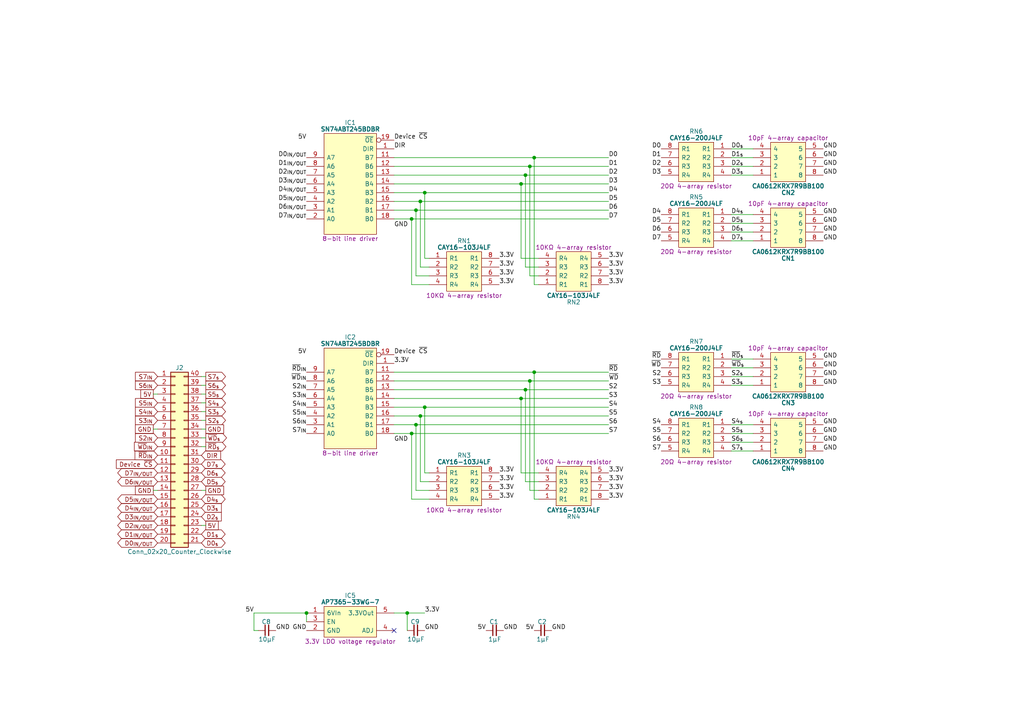
<source format=kicad_sch>
(kicad_sch (version 20231120) (generator "eeschema") (generator_version "8.0")
  (paper "A4")
  (title_block (title "8bit Data 8bit Signal Buffer") (date "2023-10-07") (rev "V0"))
  (lib_symbols
    (symbol "Bourns:CAY16-103J4LF" (pin_names (offset 0.762))
      (property "Reference" "RN" (at 10.16 5.08 0))
      (property "Value" "CAY16-103J4LF" (at 10.16 3.175 0))
      (property "Description" "10KΩ 4-array resistor" (at 10.16 -10.795 0))
      (symbol "CAY16-103J4LF_0_0"
        (pin passive line (at 0 0 0) (length 5.08) (name "R1") (number "1"))
        (pin passive line (at 0 -2.54 0) (length 5.08) (name "R2") (number "2"))
        (pin passive line (at 0 -5.08 0) (length 5.08) (name "R3") (number "3"))
        (pin passive line (at 0 -7.62 0) (length 5.08) (name "R4") (number "4"))
        (pin passive line (at 20.32 -7.62 180) (length 5.08) (name "R4") (number "5"))
        (pin passive line (at 20.32 -5.08 180) (length 5.08) (name "R3") (number "6"))
        (pin passive line (at 20.32 -2.54 180) (length 5.08) (name "R2") (number "7"))
        (pin passive line (at 20.32 0 180) (length 5.08) (name "R1") (number "8"))
      )
      (symbol "CAY16-103J4LF_0_1"
        (polyline (pts (xy 5.08 1.905) (xy 15.24 1.905) (xy 15.24 -9.525) (xy 5.08 -9.525) (xy 5.08 1.905)) (stroke (width 0.1524)) (fill (type background)))
      )
    )
    (symbol "Bourns:CAY16-200J4LF" (pin_names (offset 0.762))
      (property "Reference" "RN" (at 10.16 5.08 0))
      (property "Value" "CAY16-200J4LF" (at 10.16 3.175 0))
      (property "Description" "20Ω 4-array resistor" (at 10.16 -10.795 0))
      (symbol "CAY16-200J4LF_0_0"
        (pin passive line (at 0 0 0) (length 5.08) (name "R1") (number "1"))
        (pin passive line (at 0 -2.54 0) (length 5.08) (name "R2") (number "2"))
        (pin passive line (at 0 -5.08 0) (length 5.08) (name "R3") (number "3"))
        (pin passive line (at 0 -7.62 0) (length 5.08) (name "R4") (number "4"))
        (pin passive line (at 20.32 -7.62 180) (length 5.08) (name "R4") (number "5"))
        (pin passive line (at 20.32 -5.08 180) (length 5.08) (name "R3") (number "6"))
        (pin passive line (at 20.32 -2.54 180) (length 5.08) (name "R2") (number "7"))
        (pin passive line (at 20.32 0 180) (length 5.08) (name "R1") (number "8"))
      )
      (symbol "CAY16-200J4LF_0_1"
        (polyline (pts (xy 5.08 1.905) (xy 15.24 1.905) (xy 15.24 -9.525) (xy 5.08 -9.525) (xy 5.08 1.905)) (stroke (width 0.1524)) (fill (type background)))
      )
    )
    (symbol "Connector_Generic:Conn_02x20_Counter_Clockwise" (pin_names (offset 1.016) hide)
      (property "Reference" "J" (at 1.27 25.4 0))
      (property "Value" "Conn_02x20_Counter_Clockwise" (at 1.27 -27.94 0))
      (symbol "Conn_02x20_Counter_Clockwise_1_1"
        (rectangle (start -1.27 -25.273) (end 0 -25.527) (stroke (width 0.1524)))
        (rectangle (start -1.27 -22.733) (end 0 -22.987) (stroke (width 0.1524)))
        (rectangle (start -1.27 -20.193) (end 0 -20.447) (stroke (width 0.1524)))
        (rectangle (start -1.27 -17.653) (end 0 -17.907) (stroke (width 0.1524)))
        (rectangle (start -1.27 -15.113) (end 0 -15.367) (stroke (width 0.1524)))
        (rectangle (start -1.27 -12.573) (end 0 -12.827) (stroke (width 0.1524)))
        (rectangle (start -1.27 -10.033) (end 0 -10.287) (stroke (width 0.1524)))
        (rectangle (start -1.27 -7.493) (end 0 -7.747) (stroke (width 0.1524)))
        (rectangle (start -1.27 -4.953) (end 0 -5.207) (stroke (width 0.1524)))
        (rectangle (start -1.27 -2.413) (end 0 -2.667) (stroke (width 0.1524)))
        (rectangle (start -1.27 0.127) (end 0 -0.127) (stroke (width 0.1524)))
        (rectangle (start -1.27 2.667) (end 0 2.413) (stroke (width 0.1524)))
        (rectangle (start -1.27 5.207) (end 0 4.953) (stroke (width 0.1524)))
        (rectangle (start -1.27 7.747) (end 0 7.493) (stroke (width 0.1524)))
        (rectangle (start -1.27 10.287) (end 0 10.033) (stroke (width 0.1524)))
        (rectangle (start -1.27 12.827) (end 0 12.573) (stroke (width 0.1524)))
        (rectangle (start -1.27 15.367) (end 0 15.113) (stroke (width 0.1524)))
        (rectangle (start -1.27 17.907) (end 0 17.653) (stroke (width 0.1524)))
        (rectangle (start -1.27 20.447) (end 0 20.193) (stroke (width 0.1524)))
        (rectangle (start -1.27 22.987) (end 0 22.733) (stroke (width 0.1524)))
        (rectangle (start -1.27 24.13) (end 3.81 -26.67) (stroke (width 0.254)) (fill (type background)))
        (rectangle (start 3.81 -25.273) (end 2.54 -25.527) (stroke (width 0.1524)))
        (rectangle (start 3.81 -22.733) (end 2.54 -22.987) (stroke (width 0.1524)))
        (rectangle (start 3.81 -20.193) (end 2.54 -20.447) (stroke (width 0.1524)))
        (rectangle (start 3.81 -17.653) (end 2.54 -17.907) (stroke (width 0.1524)))
        (rectangle (start 3.81 -15.113) (end 2.54 -15.367) (stroke (width 0.1524)))
        (rectangle (start 3.81 -12.573) (end 2.54 -12.827) (stroke (width 0.1524)))
        (rectangle (start 3.81 -10.033) (end 2.54 -10.287) (stroke (width 0.1524)))
        (rectangle (start 3.81 -7.493) (end 2.54 -7.747) (stroke (width 0.1524)))
        (rectangle (start 3.81 -4.953) (end 2.54 -5.207) (stroke (width 0.1524)))
        (rectangle (start 3.81 -2.413) (end 2.54 -2.667) (stroke (width 0.1524)))
        (rectangle (start 3.81 0.127) (end 2.54 -0.127) (stroke (width 0.1524)))
        (rectangle (start 3.81 2.667) (end 2.54 2.413) (stroke (width 0.1524)))
        (rectangle (start 3.81 5.207) (end 2.54 4.953) (stroke (width 0.1524)))
        (rectangle (start 3.81 7.747) (end 2.54 7.493) (stroke (width 0.1524)))
        (rectangle (start 3.81 10.287) (end 2.54 10.033) (stroke (width 0.1524)))
        (rectangle (start 3.81 12.827) (end 2.54 12.573) (stroke (width 0.1524)))
        (rectangle (start 3.81 15.367) (end 2.54 15.113) (stroke (width 0.1524)))
        (rectangle (start 3.81 17.907) (end 2.54 17.653) (stroke (width 0.1524)))
        (rectangle (start 3.81 20.447) (end 2.54 20.193) (stroke (width 0.1524)))
        (rectangle (start 3.81 22.987) (end 2.54 22.733) (stroke (width 0.1524)))
        (pin passive line (at -5.08 22.86 0) (length 3.81) (name "Pin_1") (number "1"))
        (pin passive line (at -5.08 0 0) (length 3.81) (name "Pin_10") (number "10"))
        (pin passive line (at -5.08 -2.54 0) (length 3.81) (name "Pin_11") (number "11"))
        (pin passive line (at -5.08 -5.08 0) (length 3.81) (name "Pin_12") (number "12"))
        (pin passive line (at -5.08 -7.62 0) (length 3.81) (name "Pin_13") (number "13"))
        (pin passive line (at -5.08 -10.16 0) (length 3.81) (name "Pin_14") (number "14"))
        (pin passive line (at -5.08 -12.7 0) (length 3.81) (name "Pin_15") (number "15"))
        (pin passive line (at -5.08 -15.24 0) (length 3.81) (name "Pin_16") (number "16"))
        (pin passive line (at -5.08 -17.78 0) (length 3.81) (name "Pin_17") (number "17"))
        (pin passive line (at -5.08 -20.32 0) (length 3.81) (name "Pin_18") (number "18"))
        (pin passive line (at -5.08 -22.86 0) (length 3.81) (name "Pin_19") (number "19"))
        (pin passive line (at -5.08 20.32 0) (length 3.81) (name "Pin_2") (number "2"))
        (pin passive line (at -5.08 -25.4 0) (length 3.81) (name "Pin_20") (number "20"))
        (pin passive line (at 7.62 -25.4 180) (length 3.81) (name "Pin_21") (number "21"))
        (pin passive line (at 7.62 -22.86 180) (length 3.81) (name "Pin_22") (number "22"))
        (pin passive line (at 7.62 -20.32 180) (length 3.81) (name "Pin_23") (number "23"))
        (pin passive line (at 7.62 -17.78 180) (length 3.81) (name "Pin_24") (number "24"))
        (pin passive line (at 7.62 -15.24 180) (length 3.81) (name "Pin_25") (number "25"))
        (pin passive line (at 7.62 -12.7 180) (length 3.81) (name "Pin_26") (number "26"))
        (pin passive line (at 7.62 -10.16 180) (length 3.81) (name "Pin_27") (number "27"))
        (pin passive line (at 7.62 -7.62 180) (length 3.81) (name "Pin_28") (number "28"))
        (pin passive line (at 7.62 -5.08 180) (length 3.81) (name "Pin_29") (number "29"))
        (pin passive line (at -5.08 17.78 0) (length 3.81) (name "Pin_3") (number "3"))
        (pin passive line (at 7.62 -2.54 180) (length 3.81) (name "Pin_30") (number "30"))
        (pin passive line (at 7.62 0 180) (length 3.81) (name "Pin_31") (number "31"))
        (pin passive line (at 7.62 2.54 180) (length 3.81) (name "Pin_32") (number "32"))
        (pin passive line (at 7.62 5.08 180) (length 3.81) (name "Pin_33") (number "33"))
        (pin passive line (at 7.62 7.62 180) (length 3.81) (name "Pin_34") (number "34"))
        (pin passive line (at 7.62 10.16 180) (length 3.81) (name "Pin_35") (number "35"))
        (pin passive line (at 7.62 12.7 180) (length 3.81) (name "Pin_36") (number "36"))
        (pin passive line (at 7.62 15.24 180) (length 3.81) (name "Pin_37") (number "37"))
        (pin passive line (at 7.62 17.78 180) (length 3.81) (name "Pin_38") (number "38"))
        (pin passive line (at 7.62 20.32 180) (length 3.81) (name "Pin_39") (number "39"))
        (pin passive line (at -5.08 15.24 0) (length 3.81) (name "Pin_4") (number "4"))
        (pin passive line (at 7.62 22.86 180) (length 3.81) (name "Pin_40") (number "40"))
        (pin passive line (at -5.08 12.7 0) (length 3.81) (name "Pin_5") (number "5"))
        (pin passive line (at -5.08 10.16 0) (length 3.81) (name "Pin_6") (number "6"))
        (pin passive line (at -5.08 7.62 0) (length 3.81) (name "Pin_7") (number "7"))
        (pin passive line (at -5.08 5.08 0) (length 3.81) (name "Pin_8") (number "8"))
        (pin passive line (at -5.08 2.54 0) (length 3.81) (name "Pin_9") (number "9"))
      )
    )
    (symbol "Diodes_Inc:AP7365-33WG-7" (pin_names (offset 0.762))
      (property "Reference" "IC" (at 12.7 5.08 0))
      (property "Value" "AP7365-33WG-7" (at 12.7 3.175 0))
      (property "Description" "3.3V LDO voltage regulator" (at 12.7 -8.255 0))
      (symbol "AP7365-33WG-7_0_0"
        (pin passive line (at 0 -5.08 0) (length 5.08) (name "GND") (number "2"))
        (pin input line (at 0 -2.54 0) (length 5.08) (name "EN") (number "3"))
        (pin passive line (at 25.4 -5.08 180) (length 5.08) (name "ADJ") (number "4"))
      )
      (symbol "AP7365-33WG-7_0_1"
        (polyline (pts (xy 5.08 1.905) (xy 20.32 1.905) (xy 20.32 -6.985) (xy 5.08 -6.985) (xy 5.08 1.905)) (fill (type background)))
      )
      (symbol "AP7365-33WG-7_1_0"
        (pin passive line (at 0 0 0) (length 5.08) (name "6VIn") (number "1"))
        (pin passive line (at 25.4 0 180) (length 5.08) (name "3.3VOut") (number "5"))
      )
    )
    (symbol "HCP65:C_0805" (pin_numbers hide) (pin_names (offset 0.254) hide)
      (property "Reference" "C" (at 2.286 2.54 0))
      (property "Value" "?μF" (at 2.54 -2.54 0))
      (symbol "C_0805_0_1"
        (polyline (pts (xy 1.9685 -1.4605) (xy 1.9685 1.5875)) (stroke (width 0.3048)))
        (polyline (pts (xy 2.9845 -1.4605) (xy 2.9845 1.5875)) (stroke (width 0.3302)))
      )
      (symbol "C_0805_1_1"
        (pin passive line (at 0 0 0) (length 2.032) (name "~") (number "1"))
        (pin passive line (at 5.08 0 180) (length 2.032) (name "~") (number "2"))
      )
    )
    (symbol "Texas_Instruments:SN74ABT245BDBR" (pin_names (offset 0.762))
      (property "Reference" "IC" (at 12.7 5.08 0))
      (property "Value" "SN74ABT245BDBR" (at 12.7 3.175 0))
      (property "Description" "8-bit line driver" (at 12.7 -28.575 0))
      (symbol "SN74ABT245BDBR_0_0"
        (pin input line (at 0 -2.54 0) (length 5.08) (name "DIR") (number "1"))
        (pin passive line (at 0 -25.4 0) (length 5.08) hide (name "GND") (number "10"))
        (pin tri_state line (at 0 -5.08 0) (length 5.08) (name "B7") (number "11"))
        (pin tri_state line (at 0 -7.62 0) (length 5.08) (name "B6") (number "12"))
        (pin tri_state line (at 0 -10.16 0) (length 5.08) (name "B5") (number "13"))
        (pin tri_state line (at 0 -12.7 0) (length 5.08) (name "B4") (number "14"))
        (pin tri_state line (at 0 -15.24 0) (length 5.08) (name "B3") (number "15"))
        (pin tri_state line (at 0 -17.78 0) (length 5.08) (name "B2") (number "16"))
        (pin tri_state line (at 0 -20.32 0) (length 5.08) (name "B1") (number "17"))
        (pin tri_state line (at 0 -22.86 0) (length 5.08) (name "B0") (number "18"))
        (pin input inverted (at 0 0 0) (length 5.08) (name "~{OE}") (number "19"))
        (pin tri_state line (at 25.4 -22.86 180) (length 5.08) (name "A0") (number "2"))
        (pin passive line (at 25.4 0 180) (length 5.08) hide (name "5V") (number "20"))
        (pin tri_state line (at 25.4 -20.32 180) (length 5.08) (name "A1") (number "3"))
        (pin tri_state line (at 25.4 -17.78 180) (length 5.08) (name "A2") (number "4"))
        (pin tri_state line (at 25.4 -15.24 180) (length 5.08) (name "A3") (number "5"))
        (pin tri_state line (at 25.4 -12.7 180) (length 5.08) (name "A4") (number "6"))
        (pin tri_state line (at 25.4 -10.16 180) (length 5.08) (name "A5") (number "7"))
        (pin tri_state line (at 25.4 -7.62 180) (length 5.08) (name "A6") (number "8"))
        (pin tri_state line (at 25.4 -5.08 180) (length 5.08) (name "A7") (number "9"))
      )
      (symbol "SN74ABT245BDBR_0_1"
        (polyline (pts (xy 5.08 1.905) (xy 20.32 1.905) (xy 20.32 -27.305) (xy 5.08 -27.305) (xy 5.08 1.905)) (stroke (width 0.1524)) (fill (type background)))
      )
    )
    (symbol "Yageo:CA0612KRX7R9BB100" (pin_names (offset 0.762))
      (property "Reference" "CN" (at 10.16 5.08 0))
      (property "Value" "CA0612KRX7R9BB100" (at 10.16 3.175 0))
      (property "Description" "10pF 4-array capacitor" (at 10.16 -10.795 0))
      (symbol "CA0612KRX7R9BB100_0_0"
        (pin passive line (at 0 0 0) (length 5.08) (name "1") (number "1"))
        (pin passive line (at 0 -2.54 0) (length 5.08) (name "2") (number "2"))
        (pin passive line (at 0 -5.08 0) (length 5.08) (name "3") (number "3"))
        (pin passive line (at 0 -7.62 0) (length 5.08) (name "4") (number "4"))
        (pin passive line (at 20.32 -7.62 180) (length 5.08) (name "5") (number "5"))
        (pin passive line (at 20.32 -5.08 180) (length 5.08) (name "6") (number "6"))
        (pin passive line (at 20.32 -2.54 180) (length 5.08) (name "7") (number "7"))
        (pin passive line (at 20.32 0 180) (length 5.08) (name "8") (number "8"))
      )
      (symbol "CA0612KRX7R9BB100_1_1"
        (polyline (pts (xy 5.08 1.905) (xy 15.24 1.905) (xy 15.24 -9.525) (xy 5.08 -9.525) (xy 5.08 1.905)) (stroke (width 0.1524)) (fill (type background)))
      )
    )
  )
  (junction (at 121.92 58.42))
  (junction (at 154.94 45.72))
  (junction (at 123.19 55.88))
  (junction (at 88.9 177.8))
  (junction (at 153.67 110.49))
  (junction (at 153.67 48.26))
  (junction (at 123.19 118.11))
  (junction (at 120.65 123.19))
  (junction (at 119.38 125.73))
  (junction (at 152.4 50.8))
  (junction (at 151.13 53.34))
  (junction (at 154.94 107.95))
  (junction (at 118.11 177.8))
  (junction (at 120.65 60.96))
  (junction (at 151.13 115.57))
  (junction (at 152.4 113.03))
  (junction (at 119.38 63.5))
  (junction (at 121.92 120.65))
  (no_connect (at 114.3 182.88))
  (wire (pts (xy 151.13 53.34) (xy 176.53 53.34)))
  (wire (pts (xy 156.21 80.01) (xy 153.67 80.01)))
  (wire (pts (xy 176.53 115.57) (xy 151.13 115.57)))
  (wire (pts (xy 154.94 45.72) (xy 176.53 45.72)))
  (wire (pts (xy 212.09 130.81) (xy 218.44 130.81)))
  (wire (pts (xy 212.09 50.8) (xy 218.44 50.8)))
  (wire (pts (xy 151.13 137.16) (xy 156.21 137.16)))
  (wire (pts (xy 212.09 67.31) (xy 218.44 67.31)))
  (wire (pts (xy 59.69 124.46) (xy 58.42 124.46)))
  (wire (pts (xy 212.09 69.85) (xy 218.44 69.85)))
  (wire (pts (xy 121.92 58.42) (xy 176.53 58.42)))
  (wire (pts (xy 119.38 82.55) (xy 119.38 63.5)))
  (wire (pts (xy 120.65 80.01) (xy 120.65 60.96)))
  (wire (pts (xy 153.67 48.26) (xy 176.53 48.26)))
  (wire (pts (xy 118.11 182.88) (xy 118.11 177.8)))
  (wire (pts (xy 152.4 139.7) (xy 152.4 113.03)))
  (wire (pts (xy 156.21 144.78) (xy 154.94 144.78)))
  (wire (pts (xy 114.3 50.8) (xy 152.4 50.8)))
  (wire (pts (xy 212.09 64.77) (xy 218.44 64.77)))
  (wire (pts (xy 121.92 77.47) (xy 124.46 77.47)))
  (wire (pts (xy 154.94 45.72) (xy 154.94 82.55)))
  (wire (pts (xy 44.45 142.24) (xy 45.72 142.24)))
  (wire (pts (xy 119.38 63.5) (xy 176.53 63.5)))
  (wire (pts (xy 119.38 125.73) (xy 114.3 125.73)))
  (wire (pts (xy 153.67 110.49) (xy 153.67 142.24)))
  (wire (pts (xy 120.65 60.96) (xy 176.53 60.96)))
  (wire (pts (xy 114.3 48.26) (xy 153.67 48.26)))
  (wire (pts (xy 176.53 118.11) (xy 123.19 118.11)))
  (wire (pts (xy 156.21 82.55) (xy 154.94 82.55)))
  (wire (pts (xy 73.66 177.8) (xy 88.9 177.8)))
  (wire (pts (xy 151.13 74.93) (xy 156.21 74.93)))
  (wire (pts (xy 114.3 55.88) (xy 123.19 55.88)))
  (wire (pts (xy 59.69 127) (xy 58.42 127)))
  (wire (pts (xy 152.4 50.8) (xy 176.53 50.8)))
  (wire (pts (xy 212.09 123.19) (xy 218.44 123.19)))
  (wire (pts (xy 121.92 139.7) (xy 124.46 139.7)))
  (wire (pts (xy 176.53 125.73) (xy 119.38 125.73)))
  (wire (pts (xy 212.09 106.68) (xy 218.44 106.68)))
  (wire (pts (xy 212.09 62.23) (xy 218.44 62.23)))
  (wire (pts (xy 59.69 116.84) (xy 58.42 116.84)))
  (wire (pts (xy 88.9 177.8) (xy 88.9 180.34)))
  (wire (pts (xy 212.09 43.18) (xy 218.44 43.18)))
  (wire (pts (xy 123.19 74.93) (xy 124.46 74.93)))
  (wire (pts (xy 212.09 125.73) (xy 218.44 125.73)))
  (wire (pts (xy 176.53 110.49) (xy 153.67 110.49)))
  (wire (pts (xy 119.38 144.78) (xy 119.38 125.73)))
  (wire (pts (xy 124.46 80.01) (xy 120.65 80.01)))
  (wire (pts (xy 176.53 107.95) (xy 154.94 107.95)))
  (wire (pts (xy 124.46 144.78) (xy 119.38 144.78)))
  (wire (pts (xy 121.92 139.7) (xy 121.92 120.65)))
  (wire (pts (xy 153.67 48.26) (xy 153.67 80.01)))
  (wire (pts (xy 212.09 48.26) (xy 218.44 48.26)))
  (wire (pts (xy 124.46 142.24) (xy 120.65 142.24)))
  (wire (pts (xy 59.69 121.92) (xy 58.42 121.92)))
  (wire (pts (xy 123.19 74.93) (xy 123.19 55.88)))
  (wire (pts (xy 212.09 111.76) (xy 218.44 111.76)))
  (wire (pts (xy 123.19 118.11) (xy 114.3 118.11)))
  (wire (pts (xy 123.19 55.88) (xy 176.53 55.88)))
  (wire (pts (xy 114.3 53.34) (xy 151.13 53.34)))
  (wire (pts (xy 114.3 60.96) (xy 120.65 60.96)))
  (wire (pts (xy 176.53 123.19) (xy 120.65 123.19)))
  (wire (pts (xy 59.69 152.4) (xy 58.42 152.4)))
  (wire (pts (xy 114.3 45.72) (xy 154.94 45.72)))
  (wire (pts (xy 59.69 142.24) (xy 58.42 142.24)))
  (wire (pts (xy 152.4 77.47) (xy 156.21 77.47)))
  (wire (pts (xy 212.09 128.27) (xy 218.44 128.27)))
  (wire (pts (xy 114.3 177.8) (xy 118.11 177.8)))
  (wire (pts (xy 154.94 107.95) (xy 154.94 144.78)))
  (wire (pts (xy 152.4 113.03) (xy 114.3 113.03)))
  (wire (pts (xy 114.3 63.5) (xy 119.38 63.5)))
  (wire (pts (xy 176.53 120.65) (xy 121.92 120.65)))
  (wire (pts (xy 151.13 115.57) (xy 114.3 115.57)))
  (wire (pts (xy 121.92 120.65) (xy 114.3 120.65)))
  (wire (pts (xy 151.13 74.93) (xy 151.13 53.34)))
  (wire (pts (xy 156.21 142.24) (xy 153.67 142.24)))
  (wire (pts (xy 59.69 129.54) (xy 58.42 129.54)))
  (wire (pts (xy 124.46 82.55) (xy 119.38 82.55)))
  (wire (pts (xy 73.66 177.8) (xy 73.66 182.88)))
  (wire (pts (xy 212.09 104.14) (xy 218.44 104.14)))
  (wire (pts (xy 152.4 77.47) (xy 152.4 50.8)))
  (wire (pts (xy 120.65 123.19) (xy 114.3 123.19)))
  (wire (pts (xy 123.19 137.16) (xy 124.46 137.16)))
  (wire (pts (xy 114.3 58.42) (xy 121.92 58.42)))
  (wire (pts (xy 121.92 77.47) (xy 121.92 58.42)))
  (wire (pts (xy 59.69 109.22) (xy 58.42 109.22)))
  (wire (pts (xy 176.53 113.03) (xy 152.4 113.03)))
  (wire (pts (xy 212.09 109.22) (xy 218.44 109.22)))
  (wire (pts (xy 123.19 137.16) (xy 123.19 118.11)))
  (wire (pts (xy 120.65 142.24) (xy 120.65 123.19)))
  (wire (pts (xy 44.45 124.46) (xy 45.72 124.46)))
  (wire (pts (xy 212.09 45.72) (xy 218.44 45.72)))
  (wire (pts (xy 153.67 110.49) (xy 114.3 110.49)))
  (wire (pts (xy 73.66 182.88) (xy 74.93 182.88)))
  (wire (pts (xy 59.69 114.3) (xy 58.42 114.3)))
  (wire (pts (xy 59.69 119.38) (xy 58.42 119.38)))
  (wire (pts (xy 152.4 139.7) (xy 156.21 139.7)))
  (wire (pts (xy 59.69 111.76) (xy 58.42 111.76)))
  (wire (pts (xy 118.11 177.8) (xy 123.19 177.8)))
  (wire (pts (xy 44.45 114.3) (xy 45.72 114.3)))
  (wire (pts (xy 151.13 137.16) (xy 151.13 115.57)))
  (wire (pts (xy 154.94 107.95) (xy 114.3 107.95)))
  (label "3.3V" (at 176.53 77.47 0))
  (label "S6_{IN}" (at 88.9 123.19 180))
  (label "GND" (at 238.76 109.22 0))
  (label "GND" (at 238.76 69.85 0))
  (label "D0" (at 191.77 43.18 180))
  (label "3.3V" (at 144.78 74.93 0))
  (label "3.3V" (at 114.3 105.41 0))
  (label "D4_{s}" (at 212.09 62.23 0))
  (label "3.3V" (at 176.53 80.01 0))
  (label "3.3V" (at 176.53 137.16 0))
  (label "S4" (at 176.53 118.11 0))
  (label "3.3V" (at 176.53 82.55 0))
  (label "GND" (at 238.76 64.77 0))
  (label "3.3V" (at 144.78 144.78 0))
  (label "S5_{IN}" (at 88.9 120.65 180))
  (label "GND" (at 238.76 62.23 0))
  (label "D7_{s}" (at 212.09 69.85 0))
  (label "D6" (at 176.53 60.96 0))
  (label "S3" (at 176.53 115.57 0))
  (label "S2_{s}" (at 212.09 109.22 0))
  (label "GND" (at 238.76 48.26 0))
  (label "GND" (at 123.19 182.88 0))
  (label "D5" (at 191.77 64.77 180))
  (label "D4" (at 191.77 62.23 180))
  (label "S7" (at 176.53 125.73 0))
  (label "S7_{s}" (at 212.09 130.81 0))
  (label "GND" (at 238.76 130.81 0))
  (label "S4_{IN}" (at 88.9 118.11 180))
  (label "5V" (at 88.9 40.64 180))
  (label "~{WD}_{IN}" (at 88.9 110.49 180))
  (label "GND" (at 80.01 182.88 0))
  (label "5V" (at 73.66 177.8 180))
  (label "3.3V" (at 144.78 137.16 0))
  (label "~{WD}_{s}" (at 212.09 106.68 0))
  (label "3.3V" (at 144.78 139.7 0))
  (label "D7" (at 191.77 69.85 180))
  (label "5V" (at 88.9 102.87 180))
  (label "~{RD}_{s}" (at 212.09 104.14 0))
  (label "GND" (at 88.9 182.88 180))
  (label "~{RD}" (at 191.77 104.14 180))
  (label "D1" (at 191.77 45.72 180))
  (label "S4_{s}" (at 212.09 123.19 0))
  (label "D1_{IN{slash}OUT}" (at 88.9 48.26 180))
  (label "D2" (at 176.53 50.8 0))
  (label "D2_{IN{slash}OUT}" (at 88.9 50.8 180))
  (label "S6_{s}" (at 212.09 128.27 0))
  (label "S5" (at 176.53 120.65 0))
  (label "~{WD}" (at 191.77 106.68 180))
  (label "~{WD}" (at 176.53 110.49 0))
  (label "GND" (at 114.3 128.27 0))
  (label "S7" (at 191.77 130.81 180))
  (label "D6" (at 191.77 67.31 180))
  (label "D6_{IN{slash}OUT}" (at 88.9 60.96 180))
  (label "GND" (at 238.76 43.18 0))
  (label "S6" (at 191.77 128.27 180))
  (label "Device ~{CS}" (at 114.3 102.87 0))
  (label "D3_{s}" (at 212.09 50.8 0))
  (label "S7_{IN}" (at 88.9 125.73 180))
  (label "~{RD}" (at 176.53 107.95 0))
  (label "S2" (at 191.77 109.22 180))
  (label "~{RD}_{IN}" (at 88.9 107.95 180))
  (label "Device ~{CS}" (at 114.3 40.64 0))
  (label "5V" (at 140.97 182.88 180))
  (label "D3" (at 176.53 53.34 0))
  (label "S6" (at 176.53 123.19 0))
  (label "D1" (at 176.53 48.26 0))
  (label "GND" (at 238.76 106.68 0))
  (label "GND" (at 146.05 182.88 0))
  (label "3.3V" (at 176.53 74.93 0))
  (label "3.3V" (at 176.53 144.78 0))
  (label "D5_{s}" (at 212.09 64.77 0))
  (label "3.3V" (at 144.78 142.24 0))
  (label "D2" (at 191.77 48.26 180))
  (label "3.3V" (at 144.78 77.47 0))
  (label "GND" (at 238.76 104.14 0))
  (label "3.3V" (at 123.19 177.8 0))
  (label "D0_{IN{slash}OUT}" (at 88.9 45.72 180))
  (label "D4_{IN{slash}OUT}" (at 88.9 55.88 180))
  (label "S3" (at 191.77 111.76 180))
  (label "D3" (at 191.77 50.8 180))
  (label "GND" (at 114.3 66.04 0))
  (label "GND" (at 238.76 128.27 0))
  (label "D7" (at 176.53 63.5 0))
  (label "D5" (at 176.53 58.42 0))
  (label "GND" (at 238.76 125.73 0))
  (label "S2_{IN}" (at 88.9 113.03 180))
  (label "GND" (at 238.76 50.8 0))
  (label "D0_{s}" (at 212.09 43.18 0))
  (label "GND" (at 160.02 182.88 0))
  (label "GND" (at 238.76 123.19 0))
  (label "S3_{IN}" (at 88.9 115.57 180))
  (label "S2" (at 176.53 113.03 0))
  (label "D2_{s}" (at 212.09 48.26 0))
  (label "GND" (at 238.76 45.72 0))
  (label "D7_{IN{slash}OUT}" (at 88.9 63.5 180))
  (label "3.3V" (at 176.53 142.24 0))
  (label "3.3V" (at 144.78 80.01 0))
  (label "DIR" (at 114.3 43.18 0))
  (label "GND" (at 238.76 67.31 0))
  (label "3.3V" (at 144.78 82.55 0))
  (label "D0" (at 176.53 45.72 0))
  (label "D6_{s}" (at 212.09 67.31 0))
  (label "D4" (at 176.53 55.88 0))
  (label "5V" (at 154.94 182.88 180))
  (label "S5" (at 191.77 125.73 180))
  (label "S4" (at 191.77 123.19 180))
  (label "S3_{s}" (at 212.09 111.76 0))
  (label "S5_{s}" (at 212.09 125.73 0))
  (label "D3_{IN{slash}OUT}" (at 88.9 53.34 180))
  (label "3.3V" (at 176.53 139.7 0))
  (label "D1_{s}" (at 212.09 45.72 0))
  (label "GND" (at 238.76 111.76 0))
  (label "D5_{IN{slash}OUT}" (at 88.9 58.42 180))
  (global_label "D1_{s}" (shape tri_state) (at 58.42 154.94 0) (property "Intersheetrefs" "${INTERSHEET_REFS}" (effects (hide yes))))
  (global_label "D0_{IN{slash}OUT}" (shape tri_state) (at 45.72 157.48 180) (property "Intersheetrefs" "${INTERSHEET_REFS}" (effects (hide yes))))
  (global_label "D0_{s}" (shape tri_state) (at 58.42 157.48 0) (property "Intersheetrefs" "${INTERSHEET_REFS}" (effects (hide yes))))
  (global_label "GND" (shape passive) (at 59.69 124.46 0) (property "Intersheetrefs" "${INTERSHEET_REFS}" (effects (hide yes))))
  (global_label "D6_{s}" (shape tri_state) (at 58.42 137.16 0) (property "Intersheetrefs" "${INTERSHEET_REFS}" (effects (hide yes))))
  (global_label "D3_{s}" (shape input) (at 58.42 147.32 0) (property "Intersheetrefs" "${INTERSHEET_REFS}" (effects (hide yes))))
  (global_label "S6_{IN}" (shape input) (at 45.72 111.76 180) (property "Intersheetrefs" "${INTERSHEET_REFS}" (effects (hide yes))))
  (global_label "DIR" (shape input) (at 58.42 132.08 0) (property "Intersheetrefs" "${INTERSHEET_REFS}" (effects (hide yes))))
  (global_label "S4_{s}" (shape output) (at 59.69 116.84 0) (property "Intersheetrefs" "${INTERSHEET_REFS}" (effects (hide yes))))
  (global_label "S3_{IN}" (shape input) (at 45.72 121.92 180) (property "Intersheetrefs" "${INTERSHEET_REFS}" (effects (hide yes))))
  (global_label "5V" (shape passive) (at 59.69 152.4 0) (property "Intersheetrefs" "${INTERSHEET_REFS}" (effects (hide yes))))
  (global_label "S5_{IN}" (shape input) (at 45.72 116.84 180) (property "Intersheetrefs" "${INTERSHEET_REFS}" (effects (hide yes))))
  (global_label "5V" (shape passive) (at 44.45 114.3 180) (property "Intersheetrefs" "${INTERSHEET_REFS}" (effects (hide yes))))
  (global_label "D4_{s}" (shape tri_state) (at 58.42 144.78 0) (property "Intersheetrefs" "${INTERSHEET_REFS}" (effects (hide yes))))
  (global_label "S7_{IN}" (shape input) (at 45.72 109.22 180) (property "Intersheetrefs" "${INTERSHEET_REFS}" (effects (hide yes))))
  (global_label "~{WD}_{s}" (shape output) (at 59.69 127 0) (property "Intersheetrefs" "${INTERSHEET_REFS}" (effects (hide yes))))
  (global_label "~{RD}_{s}" (shape output) (at 59.69 129.54 0) (property "Intersheetrefs" "${INTERSHEET_REFS}" (effects (hide yes))))
  (global_label "D7_{s}" (shape tri_state) (at 58.42 134.62 0) (property "Intersheetrefs" "${INTERSHEET_REFS}" (effects (hide yes))))
  (global_label "~{WD}_{IN}" (shape input) (at 45.72 129.54 180) (property "Intersheetrefs" "${INTERSHEET_REFS}" (effects (hide yes))))
  (global_label "D6_{IN{slash}OUT}" (shape tri_state) (at 45.72 139.7 180) (property "Intersheetrefs" "${INTERSHEET_REFS}" (effects (hide yes))))
  (global_label "S4_{IN}" (shape input) (at 45.72 119.38 180) (property "Intersheetrefs" "${INTERSHEET_REFS}" (effects (hide yes))))
  (global_label "D2_{IN{slash}OUT}" (shape tri_state) (at 45.72 152.4 180) (property "Intersheetrefs" "${INTERSHEET_REFS}" (effects (hide yes))))
  (global_label "D5_{s}" (shape tri_state) (at 58.42 139.7 0) (property "Intersheetrefs" "${INTERSHEET_REFS}" (effects (hide yes))))
  (global_label "S5_{s}" (shape output) (at 59.69 114.3 0) (property "Intersheetrefs" "${INTERSHEET_REFS}" (effects (hide yes))))
  (global_label "S2_{s}" (shape output) (at 59.69 121.92 0) (property "Intersheetrefs" "${INTERSHEET_REFS}" (effects (hide yes))))
  (global_label "S2_{IN}" (shape input) (at 45.72 127 180) (property "Intersheetrefs" "${INTERSHEET_REFS}" (effects (hide yes))))
  (global_label "Device ~{CS}" (shape input) (at 45.72 134.62 180) (property "Intersheetrefs" "${INTERSHEET_REFS}" (effects (hide yes))))
  (global_label "D5_{IN{slash}OUT}" (shape tri_state) (at 45.72 144.78 180) (property "Intersheetrefs" "${INTERSHEET_REFS}" (effects (hide yes))))
  (global_label "GND" (shape passive) (at 44.45 142.24 180) (property "Intersheetrefs" "${INTERSHEET_REFS}" (effects (hide yes))))
  (global_label "~{RD}_{IN}" (shape input) (at 45.72 132.08 180) (property "Intersheetrefs" "${INTERSHEET_REFS}" (effects (hide yes))))
  (global_label "S3_{s}" (shape output) (at 59.69 119.38 0) (property "Intersheetrefs" "${INTERSHEET_REFS}" (effects (hide yes))))
  (global_label "D1_{IN{slash}OUT}" (shape tri_state) (at 45.72 154.94 180) (property "Intersheetrefs" "${INTERSHEET_REFS}" (effects (hide yes))))
  (global_label "GND" (shape passive) (at 44.45 124.46 180) (property "Intersheetrefs" "${INTERSHEET_REFS}" (effects (hide yes))))
  (global_label "S7_{s}" (shape output) (at 59.69 109.22 0) (property "Intersheetrefs" "${INTERSHEET_REFS}" (effects (hide yes))))
  (global_label "S6_{s}" (shape output) (at 59.69 111.76 0) (property "Intersheetrefs" "${INTERSHEET_REFS}" (effects (hide yes))))
  (global_label "GND" (shape passive) (at 59.69 142.24 0) (property "Intersheetrefs" "${INTERSHEET_REFS}" (effects (hide yes))))
  (global_label "D3_{IN{slash}OUT}" (shape tri_state) (at 45.72 149.86 180) (property "Intersheetrefs" "${INTERSHEET_REFS}" (effects (hide yes))))
  (global_label "D7_{IN{slash}OUT}" (shape tri_state) (at 45.72 137.16 180) (property "Intersheetrefs" "${INTERSHEET_REFS}" (effects (hide yes))))
  (global_label "D2_{s}" (shape input) (at 58.42 149.86 0) (property "Intersheetrefs" "${INTERSHEET_REFS}" (effects (hide yes))))
  (global_label "D4_{IN{slash}OUT}" (shape tri_state) (at 45.72 147.32 180) (property "Intersheetrefs" "${INTERSHEET_REFS}" (effects (hide yes))))
  (symbol (lib_id "Bourns:CAY16-103J4LF") (at 156.21 82.55 0) (mirror x) (unit 1)
    (property "Reference" "RN2" (at 166.37 87.63 0))
    (property "Value" "CAY16-103J4LF" (at 166.37 85.725 0) (effects (font (bold yes))))
    (property "Footprint" "SamacSys_Parts:CAY16-J4" (effects (hide yes)))
    (property "Datasheet" "https://www.bourns.com/pdfs/CATCAY.pdf" (effects (hide yes)))
    (property "Description" "10KΩ 4-array resistor" (at 166.37 71.755 0))
    (property "Manufacturer_Name" "Bourns" (effects (hide yes)))
    (property "Manufacturer_Part_Number" "CAY16-103J4LF\n" (effects (hide yes)))
    (property "Mouser Part Number" "652-CAY16-103J4LF" (effects (hide yes)))
    (property "Mouser Price/Stock" "https://www.mouser.co.uk/ProductDetail/Bourns/CAY16-472J4LF?qs=vjljXApjgZXDWSqaYW6%252BOA%3D%3D" (effects (hide yes)))
    (property "Silkscreen" "10KΩ" (effects (hide yes)))
  )
  (symbol (lib_id "Bourns:CAY16-200J4LF") (at 212.09 43.18 0) (mirror y) (unit 1)
    (property "Reference" "RN6" (at 201.93 38.1 0))
    (property "Value" "CAY16-200J4LF" (at 201.93 40.005 0) (effects (font (bold yes))))
    (property "Footprint" "SamacSys_Parts:CAY16-F4" (effects (hide yes)))
    (property "Datasheet" "https://www.bourns.com/pdfs/CATCAY.pdf" (effects (hide yes)))
    (property "Description" "20Ω 4-array resistor" (at 201.93 53.975 0))
    (property "Manufacturer_Name" "Bourns" (effects (hide yes)))
    (property "Manufacturer_Part_Number" "CAY16-331J4LF" (effects (hide yes)))
    (property "Mouser Part Number" "652-CAY16-331J4LF" (effects (hide yes)))
    (property "Mouser Price/Stock" "https://www.mouser.co.uk/ProductDetail/Bourns/CAY16-331J4LF?qs=S%2FtQCknEyz%2FCCx8IkpB2bQ%3D%3D" (effects (hide yes)))
    (property "Silkscreen" "20Ω" (effects (hide yes)))
  )
  (symbol (lib_id "Yageo:CA0612KRX7R9BB100") (at 218.44 111.76 0) (mirror x) (unit 1)
    (property "Reference" "CN3" (at 228.6 116.84 0) (effects (font (bold yes))))
    (property "Value" "CA0612KRX7R9BB100" (at 228.6 114.935 0) (effects (font (bold yes))))
    (property "Footprint" "SamacSys_Parts:CA0612KRX7R9BB100" (effects (hide yes)))
    (property "Datasheet" "https://componentsearchengine.com/Datasheets/1/CA0612KRX7R9BB102.pdf" (effects (hide yes)))
    (property "Description" "10pF 4-array capacitor" (at 228.6 100.965 0))
    (property "Manufacturer_Name" "KEMET" (effects (hide yes)))
    (property "Manufacturer_Part_Number" "CA0612KRX7R9BB102" (effects (hide yes)))
    (property "Mouser Part Number" "603-CA612KRX7R9BB102" (effects (hide yes)))
    (property "Mouser Price/Stock" "https://www.mouser.co.uk/ProductDetail/YAGEO/CA0612KRX7R9BB102?qs=50q%252BZR8McTG8nSzW%2FPfXjQ%3D%3D" (effects (hide yes)))
    (property "Silkscreen" "10pF" (effects (hide yes)))
  )
  (symbol (lib_id "Bourns:CAY16-200J4LF") (at 212.09 123.19 0) (mirror y) (unit 1)
    (property "Reference" "RN8" (at 201.93 118.11 0))
    (property "Value" "CAY16-200J4LF" (at 201.93 120.015 0) (effects (font (bold yes))))
    (property "Footprint" "SamacSys_Parts:CAY16-F4" (effects (hide yes)))
    (property "Datasheet" "https://www.bourns.com/pdfs/CATCAY.pdf" (effects (hide yes)))
    (property "Description" "20Ω 4-array resistor" (at 201.93 133.985 0))
    (property "Manufacturer_Name" "Bourns" (effects (hide yes)))
    (property "Manufacturer_Part_Number" "CAY16-331J4LF" (effects (hide yes)))
    (property "Mouser Part Number" "652-CAY16-331J4LF" (effects (hide yes)))
    (property "Mouser Price/Stock" "https://www.mouser.co.uk/ProductDetail/Bourns/CAY16-331J4LF?qs=S%2FtQCknEyz%2FCCx8IkpB2bQ%3D%3D" (effects (hide yes)))
    (property "Silkscreen" "20Ω" (effects (hide yes)))
  )
  (symbol (lib_id "HCP65:C_0805") (at 140.97 182.88 0) (unit 1)
    (property "Reference" "C1" (at 143.256 180.34 0))
    (property "Value" "1μF" (at 143.51 185.42 0))
    (property "Footprint" "SamacSys_Parts:C_0805" (effects (hide yes)))
  )
  (symbol (lib_id "Texas_Instruments:SN74ABT245BDBR") (at 114.3 40.64 0) (mirror y) (unit 1)
    (property "Reference" "IC1" (at 101.6 35.56 0))
    (property "Value" "SN74ABT245BDBR" (at 101.6 37.465 0) (effects (font (bold yes))))
    (property "Footprint" "SamacSys_Parts:SOP65P780X200-20N" (effects (hide yes)))
    (property "Datasheet" "http://www.ti.com/lit/gpn/sn74abt245b" (effects (hide yes)))
    (property "Description" "8-bit line driver" (at 101.6 69.215 0))
    (property "Height" "2" (effects (hide yes)))
    (property "Manufacturer_Name" "Texas Instruments" (effects (hide yes)))
    (property "Manufacturer_Part_Number" "SN74ABT245BDBR" (effects (hide yes)))
    (property "Mouser Part Number" "595-SN74ABT245BDBR" (effects (hide yes)))
    (property "Mouser Price/Stock" "https://www.mouser.co.uk/ProductDetail/Texas-Instruments/SN74ABT245BDBR?qs=5nGYs9Do7G0kvriH65mtcg%3D%3D" (effects (hide yes)))
    (property "Silkscreen" "74ABT245" (effects (hide yes)))
    (property "Garbage" "Texas Instruments SN74ABT245BDBR, Bus Transceiver, 8-Bit Non-Inverting TTL, 5V, 20-Pin SSOP" (effects (hide yes)))
  )
  (symbol (lib_id "Bourns:CAY16-103J4LF") (at 156.21 144.78 0) (mirror x) (unit 1)
    (property "Reference" "RN4" (at 166.37 149.86 0))
    (property "Value" "CAY16-103J4LF" (at 166.37 147.955 0) (effects (font (bold yes))))
    (property "Footprint" "SamacSys_Parts:CAY16-J4" (effects (hide yes)))
    (property "Datasheet" "https://www.bourns.com/pdfs/CATCAY.pdf" (effects (hide yes)))
    (property "Description" "10KΩ 4-array resistor" (at 166.37 133.985 0))
    (property "Manufacturer_Name" "Bourns" (effects (hide yes)))
    (property "Manufacturer_Part_Number" "CAY16-103J4LF\n" (effects (hide yes)))
    (property "Mouser Part Number" "652-CAY16-103J4LF" (effects (hide yes)))
    (property "Mouser Price/Stock" "https://www.mouser.co.uk/ProductDetail/Bourns/CAY16-472J4LF?qs=vjljXApjgZXDWSqaYW6%252BOA%3D%3D" (effects (hide yes)))
    (property "Silkscreen" "10KΩ" (effects (hide yes)))
  )
  (symbol (lib_id "Bourns:CAY16-103J4LF") (at 124.46 137.16 0) (unit 1)
    (property "Reference" "RN3" (at 134.62 132.08 0))
    (property "Value" "CAY16-103J4LF" (at 134.62 133.985 0) (effects (font (bold yes))))
    (property "Footprint" "SamacSys_Parts:CAY16-J4" (effects (hide yes)))
    (property "Datasheet" "https://www.bourns.com/pdfs/CATCAY.pdf" (effects (hide yes)))
    (property "Description" "10KΩ 4-array resistor" (at 134.62 147.955 0))
    (property "Manufacturer_Name" "Bourns" (effects (hide yes)))
    (property "Manufacturer_Part_Number" "CAY16-103J4LF\n" (effects (hide yes)))
    (property "Mouser Part Number" "652-CAY16-103J4LF" (effects (hide yes)))
    (property "Mouser Price/Stock" "https://www.mouser.co.uk/ProductDetail/Bourns/CAY16-472J4LF?qs=vjljXApjgZXDWSqaYW6%252BOA%3D%3D" (effects (hide yes)))
    (property "Silkscreen" "10KΩ" (effects (hide yes)))
  )
  (symbol (lib_id "HCP65:C_0805") (at 74.93 182.88 0) (unit 1)
    (property "Reference" "C8" (at 77.216 180.34 0))
    (property "Value" "10µF" (at 74.93 185.42 0) (effects (justify left)))
    (property "Footprint" "SamacSys_Parts:C_0805" (effects (hide yes)))
  )
  (symbol (lib_id "Texas_Instruments:SN74ABT245BDBR") (at 114.3 102.87 0) (mirror y) (unit 1)
    (property "Reference" "IC2" (at 101.6 97.79 0))
    (property "Value" "SN74ABT245BDBR" (at 101.6 99.695 0) (effects (font (bold yes))))
    (property "Footprint" "SamacSys_Parts:SOP65P780X200-20N" (effects (hide yes)))
    (property "Datasheet" "http://www.ti.com/lit/gpn/sn74abt245b" (effects (hide yes)))
    (property "Description" "8-bit line driver" (at 101.6 131.445 0))
    (property "Height" "2" (effects (hide yes)))
    (property "Manufacturer_Name" "Texas Instruments" (effects (hide yes)))
    (property "Manufacturer_Part_Number" "SN74ABT245BDBR" (effects (hide yes)))
    (property "Mouser Part Number" "595-SN74ABT245BDBR" (effects (hide yes)))
    (property "Mouser Price/Stock" "https://www.mouser.co.uk/ProductDetail/Texas-Instruments/SN74ABT245BDBR?qs=5nGYs9Do7G0kvriH65mtcg%3D%3D" (effects (hide yes)))
    (property "Silkscreen" "74ABT245" (effects (hide yes)))
    (property "Garbage" "Texas Instruments SN74ABT245BDBR, Bus Transceiver, 8-Bit Non-Inverting TTL, 5V, 20-Pin SSOP" (effects (hide yes)))
  )
  (symbol (lib_id "Yageo:CA0612KRX7R9BB100") (at 218.44 50.8 0) (mirror x) (unit 1)
    (property "Reference" "CN2" (at 228.6 55.88 0) (effects (font (bold yes))))
    (property "Value" "CA0612KRX7R9BB100" (at 228.6 53.975 0) (effects (font (bold yes))))
    (property "Footprint" "SamacSys_Parts:CA0612KRX7R9BB100" (effects (hide yes)))
    (property "Datasheet" "https://componentsearchengine.com/Datasheets/1/CA0612KRX7R9BB102.pdf" (effects (hide yes)))
    (property "Description" "10pF 4-array capacitor" (at 228.6 40.005 0))
    (property "Manufacturer_Name" "KEMET" (effects (hide yes)))
    (property "Manufacturer_Part_Number" "CA0612KRX7R9BB102" (effects (hide yes)))
    (property "Mouser Part Number" "603-CA612KRX7R9BB102" (effects (hide yes)))
    (property "Mouser Price/Stock" "https://www.mouser.co.uk/ProductDetail/YAGEO/CA0612KRX7R9BB102?qs=50q%252BZR8McTG8nSzW%2FPfXjQ%3D%3D" (effects (hide yes)))
    (property "Silkscreen" "10pF" (effects (hide yes)))
  )
  (symbol (lib_id "Bourns:CAY16-103J4LF") (at 124.46 74.93 0) (unit 1)
    (property "Reference" "RN1" (at 134.62 69.85 0))
    (property "Value" "CAY16-103J4LF" (at 134.62 71.755 0) (effects (font (bold yes))))
    (property "Footprint" "SamacSys_Parts:CAY16-J4" (effects (hide yes)))
    (property "Datasheet" "https://www.bourns.com/pdfs/CATCAY.pdf" (effects (hide yes)))
    (property "Description" "10KΩ 4-array resistor" (at 134.62 85.725 0))
    (property "Manufacturer_Name" "Bourns" (effects (hide yes)))
    (property "Manufacturer_Part_Number" "CAY16-103J4LF\n" (effects (hide yes)))
    (property "Mouser Part Number" "652-CAY16-103J4LF" (effects (hide yes)))
    (property "Mouser Price/Stock" "https://www.mouser.co.uk/ProductDetail/Bourns/CAY16-472J4LF?qs=vjljXApjgZXDWSqaYW6%252BOA%3D%3D" (effects (hide yes)))
    (property "Silkscreen" "10KΩ" (effects (hide yes)))
  )
  (symbol (lib_id "Diodes_Inc:AP7365-33WG-7") (at 88.9 177.8 0) (unit 1)
    (property "Reference" "IC5" (at 101.6 172.72 0))
    (property "Value" "AP7365-33WG-7" (at 101.6 174.625 0) (effects (font (bold yes))))
    (property "Footprint" "SamacSys_Parts:SOT95P285X130-5N" (effects (hide yes)))
    (property "Datasheet" "https://componentsearchengine.com/Datasheets/1/AP7365-33WG-7.pdf" (effects (hide yes)))
    (property "Description" "3.3V LDO voltage regulator" (at 101.6 186.055 0))
    (property "Height" "1.3" (effects (hide yes)))
    (property "Manufacturer_Name" "Diodes Inc." (effects (hide yes)))
    (property "Manufacturer_Part_Number" "AP7365-33WG-7" (effects (hide yes)))
    (property "Mouser Part Number" "621-AP7365-33WG-7" (effects (hide yes)))
    (property "Mouser Price/Stock" "https://www.mouser.co.uk/ProductDetail/Diodes-Incorporated/AP7365-33WG-7?qs=abZ1nkZpTuOZFvxvoFPL0w%3D%3D" (effects (hide yes)))
    (property "Arrow Part Number" "AP7365-33WG-7" (effects (hide yes)))
    (property "Arrow Price/Stock" "https://www.arrow.com/en/products/ap7365-33wg-7/diodes-incorporated?region=nac" (effects (hide yes)))
    (property "Silkscreen" "AP7365" (effects (hide yes)))
  )
  (symbol (lib_id "Yageo:CA0612KRX7R9BB100") (at 218.44 69.85 0) (mirror x) (unit 1)
    (property "Reference" "CN1" (at 228.6 74.93 0) (effects (font (bold yes))))
    (property "Value" "CA0612KRX7R9BB100" (at 228.6 73.025 0) (effects (font (bold yes))))
    (property "Footprint" "SamacSys_Parts:CA0612KRX7R9BB100" (effects (hide yes)))
    (property "Datasheet" "https://componentsearchengine.com/Datasheets/1/CA0612KRX7R9BB102.pdf" (effects (hide yes)))
    (property "Description" "10pF 4-array capacitor" (at 228.6 59.055 0))
    (property "Manufacturer_Name" "KEMET" (effects (hide yes)))
    (property "Manufacturer_Part_Number" "CA0612KRX7R9BB102" (effects (hide yes)))
    (property "Mouser Part Number" "603-CA612KRX7R9BB102" (effects (hide yes)))
    (property "Mouser Price/Stock" "https://www.mouser.co.uk/ProductDetail/YAGEO/CA0612KRX7R9BB102?qs=50q%252BZR8McTG8nSzW%2FPfXjQ%3D%3D" (effects (hide yes)))
    (property "Silkscreen" "10pF" (effects (hide yes)))
  )
  (symbol (lib_id "HCP65:C_0805") (at 154.94 182.88 0) (unit 1)
    (property "Reference" "C2" (at 157.226 180.34 0))
    (property "Value" "1μF" (at 157.48 185.42 0))
    (property "Footprint" "SamacSys_Parts:C_0805" (effects (hide yes)))
  )
  (symbol (lib_id "HCP65:C_0805") (at 118.11 182.88 0) (unit 1)
    (property "Reference" "C9" (at 120.396 180.34 0))
    (property "Value" "10µF" (at 118.11 185.42 0) (effects (justify left)))
    (property "Footprint" "SamacSys_Parts:C_0805" (effects (hide yes)))
  )
  (symbol (lib_id "Connector_Generic:Conn_02x20_Counter_Clockwise") (at 50.8 132.08 0) (unit 1)
    (property "Reference" "J2" (at 52.07 106.68 0))
    (property "Value" "Conn_02x20_Counter_Clockwise" (at 52.07 160.02 0))
    (property "Footprint" "SamacSys_Parts:DIP-40_Board_W15.24mm" (effects (hide yes)))
    (property "Description" "Generic connector, double row, 02x20, counter clockwise pin numbering scheme (similar to DIP package numbering), script generated (kicad-library-utils/schlib/autogen/connector/)" (effects (hide yes)))
  )
  (symbol (lib_id "Bourns:CAY16-200J4LF") (at 212.09 62.23 0) (mirror y) (unit 1)
    (property "Reference" "RN5" (at 201.93 57.15 0))
    (property "Value" "CAY16-200J4LF" (at 201.93 59.055 0) (effects (font (bold yes))))
    (property "Footprint" "SamacSys_Parts:CAY16-F4" (effects (hide yes)))
    (property "Datasheet" "https://www.bourns.com/pdfs/CATCAY.pdf" (effects (hide yes)))
    (property "Description" "20Ω 4-array resistor" (at 201.93 73.025 0))
    (property "Manufacturer_Name" "Bourns" (effects (hide yes)))
    (property "Manufacturer_Part_Number" "CAY16-331J4LF" (effects (hide yes)))
    (property "Mouser Part Number" "652-CAY16-331J4LF" (effects (hide yes)))
    (property "Mouser Price/Stock" "https://www.mouser.co.uk/ProductDetail/Bourns/CAY16-331J4LF?qs=S%2FtQCknEyz%2FCCx8IkpB2bQ%3D%3D" (effects (hide yes)))
    (property "Silkscreen" "20Ω" (effects (hide yes)))
  )
  (symbol (lib_id "Yageo:CA0612KRX7R9BB100") (at 218.44 130.81 0) (mirror x) (unit 1)
    (property "Reference" "CN4" (at 228.6 135.89 0) (effects (font (bold yes))))
    (property "Value" "CA0612KRX7R9BB100" (at 228.6 133.985 0) (effects (font (bold yes))))
    (property "Footprint" "SamacSys_Parts:CA0612KRX7R9BB100" (effects (hide yes)))
    (property "Datasheet" "https://componentsearchengine.com/Datasheets/1/CA0612KRX7R9BB102.pdf" (effects (hide yes)))
    (property "Description" "10pF 4-array capacitor" (at 228.6 120.015 0))
    (property "Manufacturer_Name" "KEMET" (effects (hide yes)))
    (property "Manufacturer_Part_Number" "CA0612KRX7R9BB102" (effects (hide yes)))
    (property "Mouser Part Number" "603-CA612KRX7R9BB102" (effects (hide yes)))
    (property "Mouser Price/Stock" "https://www.mouser.co.uk/ProductDetail/YAGEO/CA0612KRX7R9BB102?qs=50q%252BZR8McTG8nSzW%2FPfXjQ%3D%3D" (effects (hide yes)))
    (property "Silkscreen" "10pF" (effects (hide yes)))
  )
  (symbol (lib_id "Bourns:CAY16-200J4LF") (at 212.09 104.14 0) (mirror y) (unit 1)
    (property "Reference" "RN7" (at 201.93 99.06 0))
    (property "Value" "CAY16-200J4LF" (at 201.93 100.965 0) (effects (font (bold yes))))
    (property "Footprint" "SamacSys_Parts:CAY16-F4" (effects (hide yes)))
    (property "Datasheet" "https://www.bourns.com/pdfs/CATCAY.pdf" (effects (hide yes)))
    (property "Description" "20Ω 4-array resistor" (at 201.93 114.935 0))
    (property "Manufacturer_Name" "Bourns" (effects (hide yes)))
    (property "Manufacturer_Part_Number" "CAY16-331J4LF" (effects (hide yes)))
    (property "Mouser Part Number" "652-CAY16-331J4LF" (effects (hide yes)))
    (property "Mouser Price/Stock" "https://www.mouser.co.uk/ProductDetail/Bourns/CAY16-331J4LF?qs=S%2FtQCknEyz%2FCCx8IkpB2bQ%3D%3D" (effects (hide yes)))
    (property "Silkscreen" "20Ω" (effects (hide yes)))
  )
)
</source>
